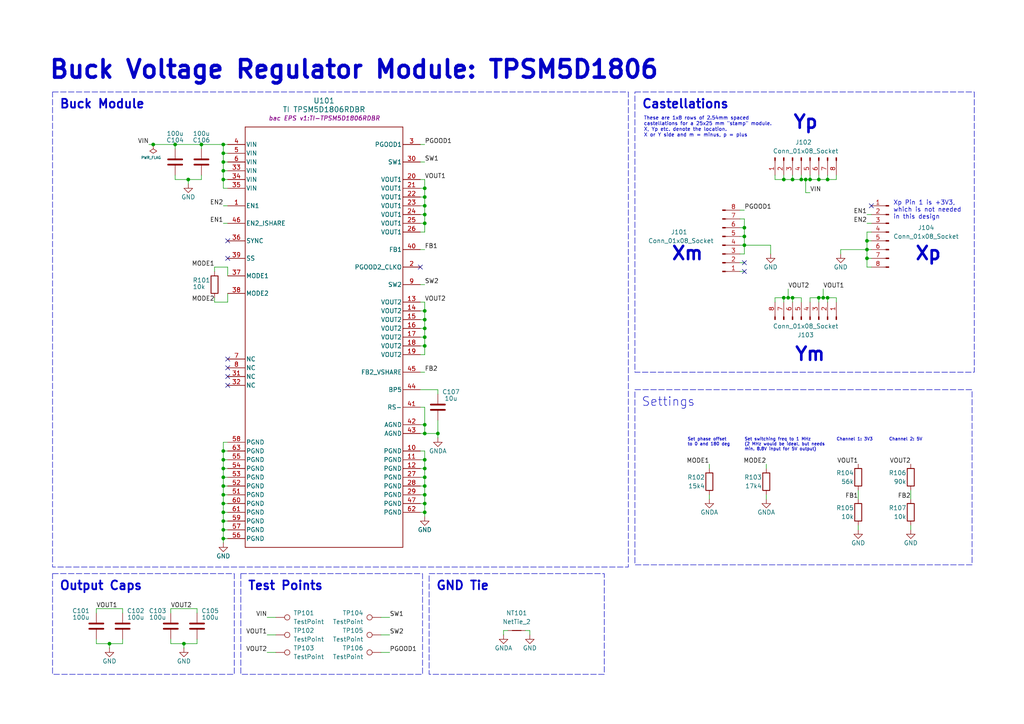
<source format=kicad_sch>
(kicad_sch (version 20231120) (generator "eeschema") (generator_version "8.0")
  (paper "A4")
  (title_block (title "bac EPS TPSM5D1806 Buck Module v1") (date "2025-01-15") (rev "1") (company "Build a CubeSat") (comment 1 "Manuel Imboden") (comment 2 "CC BY-SA 4.0") (comment 3 "https://buildacubesat.space"))
  (lib_symbols
    (symbol "Connector:Conn_01x08_Pin" (pin_names (offset 1.016) hide)
      (property "Reference" "J" (at 0 10.16 0))
      (property "Value" "Conn_01x08_Pin" (at 0 -12.7 0))
      (symbol "Conn_01x08_Pin_1_1"
        (polyline (pts (xy 1.27 -10.16) (xy 0.8636 -10.16)) (stroke (width 0.1524)))
        (polyline (pts (xy 1.27 -7.62) (xy 0.8636 -7.62)) (stroke (width 0.1524)))
        (polyline (pts (xy 1.27 -5.08) (xy 0.8636 -5.08)) (stroke (width 0.1524)))
        (polyline (pts (xy 1.27 -2.54) (xy 0.8636 -2.54)) (stroke (width 0.1524)))
        (polyline (pts (xy 1.27 0) (xy 0.8636 0)) (stroke (width 0.1524)))
        (polyline (pts (xy 1.27 2.54) (xy 0.8636 2.54)) (stroke (width 0.1524)))
        (polyline (pts (xy 1.27 5.08) (xy 0.8636 5.08)) (stroke (width 0.1524)))
        (polyline (pts (xy 1.27 7.62) (xy 0.8636 7.62)) (stroke (width 0.1524)))
        (rectangle (start 0.8636 -10.033) (end 0 -10.287) (stroke (width 0.1524)) (fill (type outline)))
        (rectangle (start 0.8636 -7.493) (end 0 -7.747) (stroke (width 0.1524)) (fill (type outline)))
        (rectangle (start 0.8636 -4.953) (end 0 -5.207) (stroke (width 0.1524)) (fill (type outline)))
        (rectangle (start 0.8636 -2.413) (end 0 -2.667) (stroke (width 0.1524)) (fill (type outline)))
        (rectangle (start 0.8636 0.127) (end 0 -0.127) (stroke (width 0.1524)) (fill (type outline)))
        (rectangle (start 0.8636 2.667) (end 0 2.413) (stroke (width 0.1524)) (fill (type outline)))
        (rectangle (start 0.8636 5.207) (end 0 4.953) (stroke (width 0.1524)) (fill (type outline)))
        (rectangle (start 0.8636 7.747) (end 0 7.493) (stroke (width 0.1524)) (fill (type outline)))
        (pin passive line (at 5.08 7.62 180) (length 3.81) (name "Pin_1") (number "1"))
        (pin passive line (at 5.08 5.08 180) (length 3.81) (name "Pin_2") (number "2"))
        (pin passive line (at 5.08 2.54 180) (length 3.81) (name "Pin_3") (number "3"))
        (pin passive line (at 5.08 0 180) (length 3.81) (name "Pin_4") (number "4"))
        (pin passive line (at 5.08 -2.54 180) (length 3.81) (name "Pin_5") (number "5"))
        (pin passive line (at 5.08 -5.08 180) (length 3.81) (name "Pin_6") (number "6"))
        (pin passive line (at 5.08 -7.62 180) (length 3.81) (name "Pin_7") (number "7"))
        (pin passive line (at 5.08 -10.16 180) (length 3.81) (name "Pin_8") (number "8"))
      )
    )
    (symbol "Connector:TestPoint" (pin_numbers hide) (pin_names (offset 0.762) hide)
      (property "Reference" "TP" (at 0 6.858 0))
      (property "Value" "TestPoint" (at 0 5.08 0))
      (symbol "TestPoint_0_1"
        (circle (center 0 3.302) (radius 0.762))
      )
      (symbol "TestPoint_1_1"
        (pin passive line (at 0 0 90) (length 2.54) (name "1") (number "1"))
      )
    )
    (symbol "Device:C" (pin_numbers hide) (pin_names (offset 0.254))
      (property "Reference" "C" (at 0.635 2.54 0))
      (property "Value" "C" (at 0.635 -2.54 0))
      (symbol "C_0_1"
        (polyline (pts (xy -2.032 -0.762) (xy 2.032 -0.762)) (stroke (width 0.508)))
        (polyline (pts (xy -2.032 0.762) (xy 2.032 0.762)) (stroke (width 0.508)))
      )
      (symbol "C_1_1"
        (pin passive line (at 0 3.81 270) (length 2.794) (name "~") (number "1"))
        (pin passive line (at 0 -3.81 90) (length 2.794) (name "~") (number "2"))
      )
    )
    (symbol "Device:NetTie_2" (pin_numbers hide) (pin_names (offset 0) hide) (in_bom no)
      (property "Reference" "NT" (at 0 1.27 0))
      (property "Value" "NetTie_2" (at 0 -1.27 0))
      (symbol "NetTie_2_0_1"
        (polyline (pts (xy -1.27 0) (xy 1.27 0)) (stroke (width 0.254)))
      )
      (symbol "NetTie_2_1_1"
        (pin passive line (at -2.54 0 0) (length 2.54) (name "1") (number "1"))
        (pin passive line (at 2.54 0 180) (length 2.54) (name "2") (number "2"))
      )
    )
    (symbol "Device:R" (pin_numbers hide) (pin_names (offset 0))
      (property "Reference" "R" (at 2.032 0 90))
      (property "Value" "R" (at 0 0 90))
      (symbol "R_0_1"
        (rectangle (start -1.016 -2.54) (end 1.016 2.54) (stroke (width 0.254)))
      )
      (symbol "R_1_1"
        (pin passive line (at 0 3.81 270) (length 1.27) (name "~") (number "1"))
        (pin passive line (at 0 -3.81 90) (length 1.27) (name "~") (number "2"))
      )
    )
    (symbol "bac EPS v1:TI TPSM5D1806RDBR" (pin_names (offset 0.254))
      (property "Reference" "U" (at 0 70.866 0))
      (property "Value" "TI TPSM5D1806RDBR" (at -0.254 67.818 0))
      (property "Footprint" "bac EPS v1:TI-TPSM5D1806RDBR" (at -0.254 -62.484 0))
      (symbol "TI TPSM5D1806RDBR_0_1"
        (polyline (pts (xy -22.86 -57.15) (xy 22.86 -57.15)) (stroke (width 0.2032)))
        (polyline (pts (xy -22.86 64.77) (xy -22.86 -57.15)) (stroke (width 0.2032)))
        (polyline (pts (xy 22.86 -57.15) (xy 22.86 64.77)) (stroke (width 0.2032)))
        (polyline (pts (xy 22.86 64.77) (xy -22.86 64.77)) (stroke (width 0.2032)))
        (pin input line (at -27.94 41.91 0) (length 5.08) (name "EN1") (number "1"))
        (pin power_in line (at 27.94 -29.21 180) (length 5.08) (name "PGND") (number "10"))
        (pin power_in line (at 27.94 -31.75 180) (length 5.08) (name "PGND") (number "11"))
        (pin power_in line (at 27.94 -34.29 180) (length 5.08) (name "PGND") (number "12"))
        (pin power_in line (at 27.94 13.97 180) (length 5.08) (name "VOUT2") (number "13"))
        (pin power_in line (at 27.94 11.43 180) (length 5.08) (name "VOUT2") (number "14"))
        (pin power_in line (at 27.94 8.89 180) (length 5.08) (name "VOUT2") (number "15"))
        (pin power_in line (at 27.94 6.35 180) (length 5.08) (name "VOUT2") (number "16"))
        (pin power_in line (at 27.94 3.81 180) (length 5.08) (name "VOUT2") (number "17"))
        (pin power_in line (at 27.94 1.27 180) (length 5.08) (name "VOUT2") (number "18"))
        (pin power_in line (at 27.94 -1.27 180) (length 5.08) (name "VOUT2") (number "19"))
        (pin open_collector line (at 27.94 24.13 180) (length 5.08) (name "PGOOD2_CLKO") (number "2"))
        (pin power_in line (at 27.94 49.53 180) (length 5.08) (name "VOUT1") (number "20"))
        (pin power_in line (at 27.94 46.99 180) (length 5.08) (name "VOUT1") (number "21"))
        (pin power_in line (at 27.94 44.45 180) (length 5.08) (name "VOUT1") (number "22"))
        (pin power_in line (at 27.94 41.91 180) (length 5.08) (name "VOUT1") (number "23"))
        (pin power_in line (at 27.94 39.37 180) (length 5.08) (name "VOUT1") (number "24"))
        (pin power_in line (at 27.94 36.83 180) (length 5.08) (name "VOUT1") (number "25"))
        (pin power_in line (at 27.94 34.29 180) (length 5.08) (name "VOUT1") (number "26"))
        (pin power_in line (at 27.94 -36.83 180) (length 5.08) (name "PGND") (number "27"))
        (pin power_in line (at 27.94 -39.37 180) (length 5.08) (name "PGND") (number "28"))
        (pin power_in line (at 27.94 -41.91 180) (length 5.08) (name "PGND") (number "29"))
        (pin open_collector line (at 27.94 59.69 180) (length 5.08) (name "PGOOD1") (number "3"))
        (pin unspecified line (at 27.94 54.61 180) (length 5.08) (name "SW1") (number "30"))
        (pin unspecified line (at -27.94 -7.62 0) (length 5.08) (name "NC") (number "31"))
        (pin unspecified line (at -27.94 -10.16 0) (length 5.08) (name "NC") (number "32"))
        (pin power_in line (at -27.94 52.07 0) (length 5.08) (name "VIN") (number "33"))
        (pin power_in line (at -27.94 49.53 0) (length 5.08) (name "VIN") (number "34"))
        (pin power_in line (at -27.94 46.99 0) (length 5.08) (name "VIN") (number "35"))
        (pin input line (at -27.94 31.75 0) (length 5.08) (name "SYNC") (number "36"))
        (pin unspecified line (at -27.94 21.59 0) (length 5.08) (name "MODE1") (number "37"))
        (pin unspecified line (at -27.94 16.51 0) (length 5.08) (name "MODE2") (number "38"))
        (pin unspecified line (at -27.94 26.67 0) (length 5.08) (name "SS") (number "39"))
        (pin power_in line (at -27.94 59.69 0) (length 5.08) (name "VIN") (number "4"))
        (pin unspecified line (at 27.94 29.21 180) (length 5.08) (name "FB1") (number "40"))
        (pin unspecified line (at 27.94 -16.51 180) (length 5.08) (name "RS-") (number "41"))
        (pin power_in line (at 27.94 -21.59 180) (length 5.08) (name "AGND") (number "42"))
        (pin power_in line (at 27.94 -24.13 180) (length 5.08) (name "AGND") (number "43"))
        (pin power_in line (at 27.94 -11.43 180) (length 5.08) (name "BP5") (number "44"))
        (pin unspecified line (at 27.94 -6.35 180) (length 5.08) (name "FB2_VSHARE") (number "45"))
        (pin bidirectional line (at -27.94 36.83 0) (length 5.08) (name "EN2_ISHARE") (number "46"))
        (pin power_in line (at 27.94 -44.45 180) (length 5.08) (name "PGND") (number "47"))
        (pin power_in line (at -27.94 57.15 0) (length 5.08) (name "VIN") (number "5"))
        (pin power_in line (at -27.94 -41.91 0) (length 5.08) (name "PGND") (number "51"))
        (pin power_in line (at -27.94 -39.37 0) (length 5.08) (name "PGND") (number "52"))
        (pin power_in line (at -27.94 -36.83 0) (length 5.08) (name "PGND") (number "53"))
        (pin power_in line (at -27.94 -34.29 0) (length 5.08) (name "PGND") (number "54"))
        (pin power_in line (at -27.94 -31.75 0) (length 5.08) (name "PGND") (number "55"))
        (pin power_in line (at -27.94 -54.61 0) (length 5.08) (name "PGND") (number "56"))
        (pin power_in line (at -27.94 -52.07 0) (length 5.08) (name "PGND") (number "57"))
        (pin power_in line (at -27.94 -26.67 0) (length 5.08) (name "PGND") (number "58"))
        (pin power_in line (at -27.94 -49.53 0) (length 5.08) (name "PGND") (number "59"))
        (pin power_in line (at -27.94 54.61 0) (length 5.08) (name "VIN") (number "6"))
        (pin power_in line (at -27.94 -44.45 0) (length 5.08) (name "PGND") (number "60"))
        (pin power_in line (at -27.94 -46.99 0) (length 5.08) (name "PGND") (number "61"))
        (pin power_in line (at 27.94 -46.99 180) (length 5.08) (name "PGND") (number "62"))
        (pin power_in line (at -27.94 -29.21 0) (length 5.08) (name "PGND") (number "63"))
        (pin unspecified line (at -27.94 -2.54 0) (length 5.08) (name "NC") (number "7"))
        (pin unspecified line (at -27.94 -5.08 0) (length 5.08) (name "NC") (number "8"))
        (pin unspecified line (at 27.94 19.05 180) (length 5.08) (name "SW2") (number "9"))
      )
    )
    (symbol "power:GND" (power) (pin_numbers hide) (pin_names (offset 0) hide)
      (property "Value" "GND" (at 0 -3.81 0))
      (symbol "GND_0_1"
        (polyline (pts (xy 0 0) (xy 0 -1.27) (xy 1.27 -1.27) (xy 0 -2.54) (xy -1.27 -1.27) (xy 0 -1.27)))
      )
      (symbol "GND_1_1"
        (pin power_in line (at 0 0 270) (length 0) (name "~") (number "1"))
      )
    )
    (symbol "power:GNDA" (power) (pin_numbers hide) (pin_names (offset 0) hide)
      (property "Value" "GNDA" (at 0 -3.81 0))
      (symbol "GNDA_0_1"
        (polyline (pts (xy 0 0) (xy 0 -1.27) (xy 1.27 -1.27) (xy 0 -2.54) (xy -1.27 -1.27) (xy 0 -1.27)))
      )
      (symbol "GNDA_1_1"
        (pin power_in line (at 0 0 270) (length 0) (name "~") (number "1"))
      )
    )
    (symbol "power:PWR_FLAG" (power) (pin_numbers hide) (pin_names (offset 0) hide)
      (property "Value" "PWR_FLAG" (at 0 3.81 0))
      (symbol "PWR_FLAG_0_0"
        (pin power_out line (at 0 0 90) (length 0) (name "~") (number "1"))
      )
      (symbol "PWR_FLAG_0_1"
        (polyline (pts (xy 0 0) (xy 0 1.27) (xy -1.016 1.905) (xy 0 2.54) (xy 1.016 1.905) (xy 0 1.27)))
      )
    )
  )
  (junction (at 215.9 66.04))
  (junction (at 123.19 59.69))
  (junction (at 64.77 46.99))
  (junction (at 229.87 86.36))
  (junction (at 54.61 52.07))
  (junction (at 64.77 153.67))
  (junction (at 123.19 57.15))
  (junction (at 215.9 68.58))
  (junction (at 123.19 90.17))
  (junction (at 64.77 146.05))
  (junction (at 123.19 146.05))
  (junction (at 123.19 62.23))
  (junction (at 123.19 135.89))
  (junction (at 64.77 140.97))
  (junction (at 64.77 138.43))
  (junction (at 64.77 143.51))
  (junction (at 240.03 52.07))
  (junction (at 228.6 86.36))
  (junction (at 123.19 148.59))
  (junction (at 215.9 71.12))
  (junction (at 233.68 52.07))
  (junction (at 64.77 41.91))
  (junction (at 229.87 52.07))
  (junction (at 123.19 92.71))
  (junction (at 127 125.73))
  (junction (at 123.19 143.51))
  (junction (at 251.46 72.39))
  (junction (at 123.19 100.33))
  (junction (at 64.77 44.45))
  (junction (at 237.49 52.07))
  (junction (at 123.19 64.77))
  (junction (at 64.77 133.35))
  (junction (at 123.19 133.35))
  (junction (at 237.49 86.36))
  (junction (at 50.8 41.91))
  (junction (at 64.77 148.59))
  (junction (at 251.46 69.85))
  (junction (at 227.33 52.07))
  (junction (at 64.77 135.89))
  (junction (at 53.34 186.69))
  (junction (at 64.77 49.53))
  (junction (at 123.19 123.19))
  (junction (at 238.76 86.36))
  (junction (at 123.19 54.61))
  (junction (at 64.77 156.21))
  (junction (at 123.19 140.97))
  (junction (at 64.77 151.13))
  (junction (at 251.46 74.93))
  (junction (at 232.41 52.07))
  (junction (at 123.19 138.43))
  (junction (at 240.03 86.36))
  (junction (at 123.19 95.25))
  (junction (at 123.19 97.79))
  (junction (at 31.75 186.69))
  (junction (at 64.77 130.81))
  (junction (at 123.19 125.73))
  (junction (at 234.95 52.07))
  (junction (at 64.77 52.07))
  (junction (at 44.45 41.91))
  (junction (at 227.33 86.36))
  (junction (at 58.42 41.91))
  (no_connect (at 252.73 59.69))
  (no_connect (at 66.04 104.14))
  (no_connect (at 66.04 109.22))
  (no_connect (at 66.04 111.76))
  (no_connect (at 121.92 77.47))
  (no_connect (at 215.9 78.74))
  (no_connect (at 66.04 69.85))
  (no_connect (at 66.04 74.93))
  (no_connect (at 215.9 76.2))
  (no_connect (at 66.04 106.68))
  (wire (pts (xy 113.03 179.07) (xy 110.49 179.07)))
  (wire (pts (xy 121.92 41.91) (xy 123.19 41.91)))
  (wire (pts (xy 240.03 86.36) (xy 240.03 87.63)))
  (wire (pts (xy 64.77 146.05) (xy 64.77 148.59)))
  (wire (pts (xy 215.9 66.04) (xy 215.9 68.58)))
  (wire (pts (xy 215.9 68.58) (xy 215.9 71.12)))
  (wire (pts (xy 121.92 87.63) (xy 123.19 87.63)))
  (wire (pts (xy 123.19 140.97) (xy 123.19 143.51)))
  (wire (pts (xy 123.19 146.05) (xy 123.19 148.59)))
  (wire (pts (xy 64.77 143.51) (xy 66.04 143.51)))
  (wire (pts (xy 229.87 52.07) (xy 232.41 52.07)))
  (wire (pts (xy 27.94 177.8) (xy 27.94 176.53)))
  (wire (pts (xy 64.77 130.81) (xy 66.04 130.81)))
  (wire (pts (xy 27.94 176.53) (xy 35.56 176.53)))
  (wire (pts (xy 64.77 128.27) (xy 66.04 128.27)))
  (wire (pts (xy 123.19 135.89) (xy 123.19 138.43)))
  (wire (pts (xy 152.4 182.88) (xy 153.67 182.88)))
  (wire (pts (xy 123.19 100.33) (xy 123.19 102.87)))
  (wire (pts (xy 238.76 86.36) (xy 240.03 86.36)))
  (wire (pts (xy 214.63 76.2) (xy 215.9 76.2)))
  (wire (pts (xy 123.19 143.51) (xy 121.92 143.51)))
  (wire (pts (xy 233.68 55.88) (xy 234.95 55.88)))
  (wire (pts (xy 123.19 138.43) (xy 121.92 138.43)))
  (wire (pts (xy 49.53 186.69) (xy 53.34 186.69)))
  (wire (pts (xy 64.77 44.45) (xy 66.04 44.45)))
  (wire (pts (xy 214.63 73.66) (xy 215.9 73.66)))
  (wire (pts (xy 234.95 86.36) (xy 234.95 87.63)))
  (wire (pts (xy 251.46 67.31) (xy 251.46 69.85)))
  (wire (pts (xy 123.19 123.19) (xy 121.92 123.19)))
  (wire (pts (xy 121.92 57.15) (xy 123.19 57.15)))
  (wire (pts (xy 64.77 151.13) (xy 64.77 153.67)))
  (wire (pts (xy 251.46 77.47) (xy 252.73 77.47)))
  (wire (pts (xy 123.19 95.25) (xy 121.92 95.25)))
  (wire (pts (xy 43.18 41.91) (xy 44.45 41.91)))
  (wire (pts (xy 64.77 49.53) (xy 66.04 49.53)))
  (wire (pts (xy 224.79 52.07) (xy 227.33 52.07)))
  (wire (pts (xy 64.77 153.67) (xy 64.77 156.21)))
  (wire (pts (xy 215.9 78.74) (xy 214.63 78.74)))
  (wire (pts (xy 123.19 102.87) (xy 121.92 102.87)))
  (wire (pts (xy 123.19 123.19) (xy 123.19 125.73)))
  (wire (pts (xy 58.42 41.91) (xy 64.77 41.91)))
  (wire (pts (xy 123.19 62.23) (xy 123.19 59.69)))
  (wire (pts (xy 121.92 67.31) (xy 123.19 67.31)))
  (wire (pts (xy 237.49 52.07) (xy 237.49 50.8)))
  (wire (pts (xy 66.04 85.09) (xy 66.04 87.63)))
  (wire (pts (xy 127 125.73) (xy 127 127)))
  (wire (pts (xy 234.95 52.07) (xy 237.49 52.07)))
  (wire (pts (xy 123.19 57.15) (xy 123.19 54.61)))
  (wire (pts (xy 121.92 52.07) (xy 123.19 52.07)))
  (wire (pts (xy 123.19 125.73) (xy 121.92 125.73)))
  (wire (pts (xy 53.34 186.69) (xy 53.34 187.96)))
  (wire (pts (xy 240.03 52.07) (xy 242.57 52.07)))
  (wire (pts (xy 121.92 62.23) (xy 123.19 62.23)))
  (wire (pts (xy 121.92 113.03) (xy 127 113.03)))
  (wire (pts (xy 64.77 153.67) (xy 66.04 153.67)))
  (wire (pts (xy 121.92 82.55) (xy 123.19 82.55)))
  (wire (pts (xy 233.68 52.07) (xy 233.68 55.88)))
  (wire (pts (xy 215.9 71.12) (xy 223.52 71.12)))
  (wire (pts (xy 27.94 186.69) (xy 31.75 186.69)))
  (wire (pts (xy 123.19 90.17) (xy 121.92 90.17)))
  (wire (pts (xy 227.33 52.07) (xy 229.87 52.07)))
  (wire (pts (xy 62.23 87.63) (xy 62.23 86.36)))
  (wire (pts (xy 58.42 52.07) (xy 58.42 50.8)))
  (wire (pts (xy 64.77 59.69) (xy 66.04 59.69)))
  (wire (pts (xy 229.87 86.36) (xy 229.87 87.63)))
  (wire (pts (xy 123.19 100.33) (xy 121.92 100.33)))
  (wire (pts (xy 243.84 72.39) (xy 243.84 73.66)))
  (wire (pts (xy 123.19 125.73) (xy 127 125.73)))
  (wire (pts (xy 123.19 148.59) (xy 121.92 148.59)))
  (wire (pts (xy 49.53 186.69) (xy 49.53 185.42)))
  (wire (pts (xy 35.56 186.69) (xy 35.56 185.42)))
  (wire (pts (xy 240.03 86.36) (xy 242.57 86.36)))
  (wire (pts (xy 234.95 50.8) (xy 234.95 52.07)))
  (wire (pts (xy 44.45 41.91) (xy 50.8 41.91)))
  (wire (pts (xy 58.42 41.91) (xy 58.42 43.18)))
  (wire (pts (xy 215.9 60.96) (xy 214.63 60.96)))
  (wire (pts (xy 64.77 133.35) (xy 66.04 133.35)))
  (wire (pts (xy 64.77 130.81) (xy 64.77 133.35)))
  (wire (pts (xy 50.8 41.91) (xy 58.42 41.91)))
  (wire (pts (xy 232.41 52.07) (xy 233.68 52.07)))
  (wire (pts (xy 121.92 59.69) (xy 123.19 59.69)))
  (wire (pts (xy 77.47 189.23) (xy 80.01 189.23)))
  (wire (pts (xy 64.77 140.97) (xy 64.77 143.51)))
  (wire (pts (xy 123.19 148.59) (xy 123.19 149.86)))
  (wire (pts (xy 113.03 189.23) (xy 110.49 189.23)))
  (wire (pts (xy 123.19 92.71) (xy 123.19 95.25)))
  (wire (pts (xy 123.19 130.81) (xy 123.19 133.35)))
  (wire (pts (xy 121.92 118.11) (xy 123.19 118.11)))
  (wire (pts (xy 66.04 80.01) (xy 66.04 77.47)))
  (wire (pts (xy 121.92 107.95) (xy 123.19 107.95)))
  (wire (pts (xy 229.87 86.36) (xy 232.41 86.36)))
  (wire (pts (xy 64.77 156.21) (xy 64.77 157.48)))
  (wire (pts (xy 228.6 83.82) (xy 228.6 86.36)))
  (wire (pts (xy 214.63 68.58) (xy 215.9 68.58)))
  (wire (pts (xy 214.63 63.5) (xy 215.9 63.5)))
  (wire (pts (xy 123.19 146.05) (xy 121.92 146.05)))
  (wire (pts (xy 64.77 151.13) (xy 66.04 151.13)))
  (wire (pts (xy 64.77 49.53) (xy 64.77 52.07)))
  (wire (pts (xy 31.75 186.69) (xy 31.75 187.96)))
  (wire (pts (xy 50.8 41.91) (xy 50.8 43.18)))
  (wire (pts (xy 123.19 133.35) (xy 121.92 133.35)))
  (wire (pts (xy 54.61 52.07) (xy 58.42 52.07)))
  (wire (pts (xy 64.77 140.97) (xy 66.04 140.97)))
  (wire (pts (xy 264.16 142.24) (xy 264.16 144.78)))
  (wire (pts (xy 54.61 52.07) (xy 50.8 52.07)))
  (wire (pts (xy 64.77 64.77) (xy 66.04 64.77)))
  (wire (pts (xy 222.25 143.51) (xy 222.25 144.78)))
  (wire (pts (xy 215.9 71.12) (xy 215.9 73.66)))
  (wire (pts (xy 228.6 86.36) (xy 229.87 86.36)))
  (wire (pts (xy 252.73 72.39) (xy 251.46 72.39)))
  (wire (pts (xy 238.76 83.82) (xy 238.76 86.36)))
  (wire (pts (xy 123.19 140.97) (xy 121.92 140.97)))
  (wire (pts (xy 223.52 71.12) (xy 223.52 73.66)))
  (wire (pts (xy 123.19 118.11) (xy 123.19 123.19)))
  (wire (pts (xy 224.79 86.36) (xy 227.33 86.36)))
  (wire (pts (xy 50.8 52.07) (xy 50.8 50.8)))
  (wire (pts (xy 57.15 176.53) (xy 57.15 177.8)))
  (wire (pts (xy 123.19 130.81) (xy 121.92 130.81)))
  (wire (pts (xy 123.19 97.79) (xy 123.19 100.33)))
  (wire (pts (xy 121.92 64.77) (xy 123.19 64.77)))
  (wire (pts (xy 64.77 46.99) (xy 66.04 46.99)))
  (wire (pts (xy 123.19 143.51) (xy 123.19 146.05)))
  (wire (pts (xy 64.77 128.27) (xy 64.77 130.81)))
  (wire (pts (xy 35.56 176.53) (xy 35.56 177.8)))
  (wire (pts (xy 64.77 46.99) (xy 64.77 49.53)))
  (wire (pts (xy 53.34 186.69) (xy 57.15 186.69)))
  (wire (pts (xy 49.53 177.8) (xy 49.53 176.53)))
  (wire (pts (xy 229.87 50.8) (xy 229.87 52.07)))
  (wire (pts (xy 123.19 92.71) (xy 121.92 92.71)))
  (wire (pts (xy 214.63 66.04) (xy 215.9 66.04)))
  (wire (pts (xy 227.33 86.36) (xy 228.6 86.36)))
  (wire (pts (xy 64.77 41.91) (xy 64.77 44.45)))
  (wire (pts (xy 264.16 152.4) (xy 264.16 153.67)))
  (wire (pts (xy 64.77 135.89) (xy 66.04 135.89)))
  (wire (pts (xy 252.73 64.77) (xy 251.46 64.77)))
  (wire (pts (xy 57.15 186.69) (xy 57.15 185.42)))
  (wire (pts (xy 64.77 138.43) (xy 64.77 140.97)))
  (wire (pts (xy 214.63 71.12) (xy 215.9 71.12)))
  (wire (pts (xy 27.94 186.69) (xy 27.94 185.42)))
  (wire (pts (xy 123.19 59.69) (xy 123.19 57.15)))
  (wire (pts (xy 251.46 72.39) (xy 243.84 72.39)))
  (wire (pts (xy 49.53 176.53) (xy 57.15 176.53)))
  (wire (pts (xy 64.77 41.91) (xy 66.04 41.91)))
  (wire (pts (xy 224.79 87.63) (xy 224.79 86.36)))
  (wire (pts (xy 123.19 64.77) (xy 123.19 62.23)))
  (wire (pts (xy 227.33 52.07) (xy 227.33 50.8)))
  (wire (pts (xy 77.47 179.07) (xy 80.01 179.07)))
  (wire (pts (xy 64.77 54.61) (xy 66.04 54.61)))
  (wire (pts (xy 64.77 146.05) (xy 66.04 146.05)))
  (wire (pts (xy 237.49 86.36) (xy 237.49 87.63)))
  (wire (pts (xy 64.77 138.43) (xy 66.04 138.43)))
  (wire (pts (xy 248.92 152.4) (xy 248.92 153.67)))
  (wire (pts (xy 123.19 138.43) (xy 123.19 140.97)))
  (wire (pts (xy 251.46 69.85) (xy 251.46 72.39)))
  (wire (pts (xy 64.77 135.89) (xy 64.77 138.43)))
  (wire (pts (xy 146.05 182.88) (xy 147.32 182.88)))
  (wire (pts (xy 121.92 54.61) (xy 123.19 54.61)))
  (wire (pts (xy 31.75 186.69) (xy 35.56 186.69)))
  (wire (pts (xy 121.92 72.39) (xy 123.19 72.39)))
  (wire (pts (xy 242.57 86.36) (xy 242.57 87.63)))
  (wire (pts (xy 252.73 67.31) (xy 251.46 67.31)))
  (wire (pts (xy 123.19 135.89) (xy 121.92 135.89)))
  (wire (pts (xy 153.67 182.88) (xy 153.67 184.15)))
  (wire (pts (xy 222.25 134.62) (xy 222.25 135.89)))
  (wire (pts (xy 248.92 142.24) (xy 248.92 144.78)))
  (wire (pts (xy 237.49 86.36) (xy 238.76 86.36)))
  (wire (pts (xy 205.74 134.62) (xy 205.74 135.89)))
  (wire (pts (xy 232.41 86.36) (xy 232.41 87.63)))
  (wire (pts (xy 127 121.92) (xy 127 125.73)))
  (wire (pts (xy 64.77 148.59) (xy 66.04 148.59)))
  (wire (pts (xy 123.19 95.25) (xy 123.19 97.79)))
  (wire (pts (xy 123.19 90.17) (xy 123.19 92.71)))
  (wire (pts (xy 66.04 87.63) (xy 62.23 87.63)))
  (wire (pts (xy 64.77 52.07) (xy 66.04 52.07)))
  (wire (pts (xy 123.19 54.61) (xy 123.19 52.07)))
  (wire (pts (xy 242.57 50.8) (xy 242.57 52.07)))
  (wire (pts (xy 64.77 44.45) (xy 64.77 46.99)))
  (wire (pts (xy 232.41 52.07) (xy 232.41 50.8)))
  (wire (pts (xy 121.92 46.99) (xy 123.19 46.99)))
  (wire (pts (xy 123.19 97.79) (xy 121.92 97.79)))
  (wire (pts (xy 64.77 148.59) (xy 64.77 151.13)))
  (wire (pts (xy 66.04 77.47) (xy 62.23 77.47)))
  (wire (pts (xy 77.47 184.15) (xy 80.01 184.15)))
  (wire (pts (xy 123.19 87.63) (xy 123.19 90.17)))
  (wire (pts (xy 113.03 184.15) (xy 110.49 184.15)))
  (wire (pts (xy 251.46 74.93) (xy 251.46 77.47)))
  (wire (pts (xy 234.95 86.36) (xy 237.49 86.36)))
  (wire (pts (xy 237.49 52.07) (xy 240.03 52.07)))
  (wire (pts (xy 123.19 67.31) (xy 123.19 64.77)))
  (wire (pts (xy 146.05 184.15) (xy 146.05 182.88)))
  (wire (pts (xy 64.77 143.51) (xy 64.77 146.05)))
  (wire (pts (xy 62.23 77.47) (xy 62.23 78.74)))
  (wire (pts (xy 123.19 133.35) (xy 123.19 135.89)))
  (wire (pts (xy 64.77 133.35) (xy 64.77 135.89)))
  (wire (pts (xy 251.46 72.39) (xy 251.46 74.93)))
  (wire (pts (xy 127 113.03) (xy 127 114.3)))
  (wire (pts (xy 240.03 50.8) (xy 240.03 52.07)))
  (wire (pts (xy 205.74 143.51) (xy 205.74 144.78)))
  (wire (pts (xy 227.33 86.36) (xy 227.33 87.63)))
  (wire (pts (xy 64.77 52.07) (xy 64.77 54.61)))
  (wire (pts (xy 252.73 62.23) (xy 251.46 62.23)))
  (wire (pts (xy 54.61 53.34) (xy 54.61 52.07)))
  (wire (pts (xy 252.73 69.85) (xy 251.46 69.85)))
  (wire (pts (xy 252.73 74.93) (xy 251.46 74.93)))
  (wire (pts (xy 64.77 156.21) (xy 66.04 156.21)))
  (wire (pts (xy 233.68 52.07) (xy 234.95 52.07)))
  (wire (pts (xy 215.9 63.5) (xy 215.9 66.04)))
  (wire (pts (xy 224.79 52.07) (xy 224.79 50.8)))
  (text_box "Output Caps" (at 15.24 166.37 0) (size 52.705 29.21) (stroke (width 0) (type dash)) (effects (font (size 2.54 2.54) (thickness 0.508) (bold yes)) (justify left top)))
  (text_box "Test Points" (at 69.85 166.37 0) (size 52.705 29.21) (stroke (width 0) (type dash)) (effects (font (size 2.54 2.54) (thickness 0.508) (bold yes)) (justify left top)))
  (text_box "Buck Module" (at 15.24 26.67 0) (size 167.005 137.795) (stroke (width 0) (type dash)) (effects (font (size 2.54 2.54) (thickness 0.508) (bold yes)) (justify left top)))
  (text_box "Settings" (at 184.15 113.03 0) (size 97.79 50.8) (stroke (width 0) (type dash)) (effects (font (size 2.54 2.54)) (justify left top)))
  (text_box "GND Tie" (at 124.46 166.37 0) (size 50.8 29.21) (stroke (width 0) (type dash)) (effects (font (size 2.54 2.54) (thickness 0.508) (bold yes)) (justify left top)))
  (text_box "Castellations" (at 184.15 26.67 0) (size 98.425 81.28) (stroke (width 0) (type dash)) (effects (font (size 2.54 2.54) (thickness 0.508) (bold yes)) (justify left top)))
  (text "These are 1x8 rows of 2.54mm spaced\ncastellations for a 25x25 mm \"stamp\" module.\nX, Yp etc. denote the location.\nX or Y side and m = minus, p = plus" (at 186.69 36.83 0) (effects (font (size 1.016 1.016)) (justify left)))
  (text "Channel 1: 3V3" (at 242.57 127 0) (effects (font (size 0.889 0.889)) (justify left top)))
  (text "Yp" (at 233.68 35.56 0) (effects (font (size 3.81 3.81) (thickness 0.762) (bold yes))))
  (text "Xp" (at 269.24 73.66 0) (effects (font (size 3.81 3.81) (thickness 0.762) (bold yes))))
  (text "Set phase offset\nto 0 and 180 deg" (at 199.39 127 0) (effects (font (size 0.889 0.889)) (justify left top)))
  (text "Channel 2: 5V" (at 257.81 127 0) (effects (font (size 0.889 0.889)) (justify left top)))
  (text "Xp Pin 1 is +3V3,\nwhich is not needed\nin this design" (at 259.08 60.96 0) (effects (font (size 1.27 1.27)) (justify left)))
  (text "Ym" (at 234.95 102.87 0) (effects (font (size 3.81 3.81) (thickness 0.762) (bold yes))))
  (text "Set switching freq to 1 MHz\n(2 MHz would be ideal, but needs\nmin. 8.8V input for 5V output)" (at 215.9 127 0) (effects (font (size 0.889 0.889)) (justify left top)))
  (text "Buck Voltage Regulator Module: TPSM5D1806" (at 13.97 20.32 0) (effects (font (size 5.08 5.08) (thickness 1.016) (bold yes)) (justify left)))
  (text "Xm" (at 199.39 73.66 0) (effects (font (size 3.81 3.81) (thickness 0.762) (bold yes))))
  (label "VOUT1" (at 27.94 176.53 0))
  (label "SW1" (at 113.03 179.07 0))
  (label "VIN" (at 234.95 55.88 0))
  (label "VOUT2" (at 77.47 189.23 180))
  (label "FB1" (at 248.92 144.78 180))
  (label "FB2" (at 264.16 144.78 180))
  (label "PGOOD1" (at 123.19 41.91 0))
  (label "VOUT2" (at 49.53 176.53 0))
  (label "SW2" (at 113.03 184.15 0))
  (label "SW2" (at 123.19 82.55 0))
  (label "FB1" (at 123.19 72.39 0))
  (label "MODE2" (at 62.23 87.63 180))
  (label "VOUT2" (at 228.6 83.82 0))
  (label "VOUT1" (at 248.92 134.62 180))
  (label "MODE2" (at 222.25 134.62 180))
  (label "VOUT1" (at 123.19 52.07 0))
  (label "VOUT2" (at 264.16 134.62 180))
  (label "MODE1" (at 205.74 134.62 180))
  (label "VOUT1" (at 238.76 83.82 0))
  (label "VOUT2" (at 123.19 87.63 0))
  (label "EN1" (at 251.46 62.23 180))
  (label "EN2" (at 64.77 59.69 180))
  (label "PGOOD1" (at 215.9 60.96 0))
  (label "EN2" (at 251.46 64.77 180))
  (label "SW1" (at 123.19 46.99 0))
  (label "FB2" (at 123.19 107.95 0))
  (label "EN1" (at 64.77 64.77 180))
  (label "VIN" (at 43.18 41.91 180))
  (label "PGOOD1" (at 113.03 189.23 0))
  (label "VIN" (at 77.47 179.07 180))
  (label "VOUT1" (at 77.47 184.15 180))
  (label "MODE1" (at 62.23 77.47 180))
  (symbol (lib_id "Device:R") (at 248.92 148.59 0) (unit 1)
    (property "Reference" "R105" (at 247.65 147.32 0) (effects (justify right)))
    (property "Value" "10k" (at 247.65 149.86 0) (effects (justify right)))
    (property "Footprint" "Resistor_SMD:R_0603_1608Metric" (effects (hide yes)))
    (property "Description" "Resistor" (effects (hide yes)))
  )
  (symbol (lib_id "power:GND") (at 123.19 149.86 0) (mirror y) (unit 1) (in_bom no) (on_board no)
    (property "Reference" "#PWR0104" (effects (hide yes)))
    (property "Value" "GND" (at 123.19 153.67 0))
    (property "Description" "Power symbol creates a global label with name \"GND\" , ground" (effects (hide yes)))
  )
  (symbol (lib_id "power:GND") (at 223.52 73.66 0) (unit 1) (in_bom no) (on_board no)
    (property "Reference" "#PWR0110" (effects (hide yes)))
    (property "Value" "GND" (at 223.52 77.47 0))
    (property "Description" "Power symbol creates a global label with name \"GND\" , ground" (effects (hide yes)))
  )
  (symbol (lib_id "bac EPS v1:TI TPSM5D1806RDBR") (at 93.98 101.6 0) (unit 1)
    (property "Reference" "U101" (at 93.98 29.21 0) (effects (font (size 1.524 1.524))))
    (property "Value" "TI TPSM5D1806RDBR" (at 93.98 31.75 0) (effects (font (size 1.524 1.524))))
    (property "Footprint" "bac EPS v1:TI-TPSM5D1806RDBR" (at 93.98 34.29 0) (effects (font (italic yes))))
    (property "Datasheet" "https://www.ti.com/lit/ds/symlink/tpsm5d1806.pdf" (effects (hide yes)))
  )
  (symbol (lib_id "power:PWR_FLAG") (at 44.45 41.91 180) (unit 1)
    (property "Reference" "#FLG0101" (effects (hide yes)))
    (property "Value" "PWR_FLAG" (at 43.815 45.72 0) (effects (font (size 0.762 0.762))))
    (property "Description" "Special symbol for telling ERC where power comes from" (effects (hide yes)))
  )
  (symbol (lib_id "Connector:TestPoint") (at 80.01 179.07 270) (unit 1)
    (property "Reference" "TP101" (at 85.09 177.7999 90) (effects (justify left)))
    (property "Value" "TestPoint" (at 85.09 180.3399 90) (effects (justify left)))
    (property "Footprint" "TestPoint:TestPoint_Pad_D1.0mm" (effects (hide yes)))
    (property "Description" "test point" (effects (hide yes)))
  )
  (symbol (lib_id "Device:R") (at 264.16 138.43 0) (mirror x) (unit 1)
    (property "Reference" "R106" (at 262.89 137.16 0) (effects (justify right)))
    (property "Value" "90k" (at 262.89 139.7 0) (effects (justify right)))
    (property "Footprint" "Resistor_SMD:R_0603_1608Metric" (effects (hide yes)))
    (property "Description" "Resistor" (effects (hide yes)))
  )
  (symbol (lib_id "Device:R") (at 62.23 82.55 0) (unit 1)
    (property "Reference" "R101" (at 55.88 81.28 0) (effects (justify left)))
    (property "Value" "10k" (at 55.88 83.185 0) (effects (justify left)))
    (property "Footprint" "Resistor_SMD:R_0603_1608Metric" (effects (hide yes)))
    (property "Description" "Resistor" (effects (hide yes)))
  )
  (symbol (lib_id "power:GND") (at 54.61 53.34 0) (unit 1) (in_bom no) (on_board no)
    (property "Reference" "#PWR0103" (effects (hide yes)))
    (property "Value" "GND" (at 54.61 57.15 0))
    (property "Description" "Power symbol creates a global label with name \"GND\" , ground" (effects (hide yes)))
  )
  (symbol (lib_id "Connector:TestPoint") (at 110.49 189.23 90) (mirror x) (unit 1)
    (property "Reference" "TP106" (at 105.41 187.9599 90) (effects (justify left)))
    (property "Value" "TestPoint" (at 105.41 190.4999 90) (effects (justify left)))
    (property "Footprint" "TestPoint:TestPoint_Pad_D1.0mm" (effects (hide yes)))
    (property "Description" "test point" (effects (hide yes)))
  )
  (symbol (lib_id "Device:R") (at 248.92 138.43 0) (mirror x) (unit 1)
    (property "Reference" "R104" (at 247.65 137.16 0) (effects (justify right)))
    (property "Value" "56k" (at 247.65 139.7 0) (effects (justify right)))
    (property "Footprint" "Resistor_SMD:R_0603_1608Metric" (effects (hide yes)))
    (property "Description" "Resistor" (effects (hide yes)))
  )
  (symbol (lib_id "Connector:Conn_01x08_Pin") (at 234.95 92.71 270) (mirror x) (unit 1)
    (property "Reference" "J103" (at 233.68 97.155 90))
    (property "Value" "Conn_01x08_Socket" (at 233.68 94.615 90))
    (property "Footprint" "bac EPS v1:bac-eps-v1-module-8P-pad-row" (effects (hide yes)))
    (property "Description" "Generic connector, single row, 01x08, script generated" (effects (hide yes)))
  )
  (symbol (lib_id "Device:C") (at 57.15 181.61 0) (mirror y) (unit 1)
    (property "Reference" "C105" (at 60.96 177.165 0))
    (property "Value" "100u" (at 60.96 179.07 0))
    (property "Footprint" "Capacitor_SMD:C_1206_3216Metric" (effects (hide yes)))
    (property "Datasheet" "https://product.tdk.com/system/files/dam/doc/product/capacitor/ceramic/mlcc/catalog/mlcc_automotive_general_en.pdf" (effects (hide yes)))
    (property "Description" "Ceramic Capacitor: TDK CGA4J1X7S1E106K125AC" (effects (hide yes)))
    (property "Package" "0805" (effects (hide yes)))
    (property "Series" "CGA" (effects (hide yes)))
    (property "Temperature Coefficient" "X7R" (effects (hide yes)))
    (property "Tolerance" "10%" (effects (hide yes)))
    (property "Voltage Rating" "25 V" (effects (hide yes)))
    (property "TA Rating" "-55/+125" (effects (hide yes)))
  )
  (symbol (lib_id "Connector:TestPoint") (at 110.49 179.07 90) (mirror x) (unit 1)
    (property "Reference" "TP104" (at 105.41 177.7999 90) (effects (justify left)))
    (property "Value" "TestPoint" (at 105.41 180.3399 90) (effects (justify left)))
    (property "Footprint" "TestPoint:TestPoint_Pad_D1.0mm" (effects (hide yes)))
    (property "Description" "test point" (effects (hide yes)))
  )
  (symbol (lib_id "Device:C") (at 127 118.11 0) (mirror y) (unit 1)
    (property "Reference" "C107" (at 130.81 113.665 0))
    (property "Value" "10u" (at 130.81 115.57 0))
    (property "Footprint" "Capacitor_SMD:C_0603_1608Metric" (effects (hide yes)))
    (property "Datasheet" "https://product.tdk.com/system/files/dam/doc/product/capacitor/ceramic/mlcc/catalog/mlcc_automotive_general_en.pdf" (effects (hide yes)))
    (property "Description" "Ceramic Capacitor: TDK CGA4J1X7S1E106K125AC" (effects (hide yes)))
    (property "Package" "0805" (effects (hide yes)))
    (property "Series" "CGA" (effects (hide yes)))
    (property "Temperature Coefficient" "X7R" (effects (hide yes)))
    (property "Tolerance" "10%" (effects (hide yes)))
    (property "Voltage Rating" "25 V" (effects (hide yes)))
    (property "TA Rating" "-55/+125" (effects (hide yes)))
  )
  (symbol (lib_id "Device:R") (at 222.25 139.7 0) (unit 1)
    (property "Reference" "R103" (at 220.98 138.43 0) (effects (justify right)))
    (property "Value" "17k4" (at 220.98 140.97 0) (effects (justify right)))
    (property "Footprint" "Resistor_SMD:R_0603_1608Metric" (effects (hide yes)))
    (property "Description" "Resistor" (effects (hide yes)))
  )
  (symbol (lib_id "power:GNDA") (at 127 127 0) (unit 1)
    (property "Reference" "#PWR0105" (effects (hide yes)))
    (property "Value" "GNDA" (at 127 130.81 0))
    (property "Description" "Power symbol creates a global label with name \"GNDA\" , analog ground" (effects (hide yes)))
  )
  (symbol (lib_id "power:GNDA") (at 205.74 144.78 0) (unit 1)
    (property "Reference" "#PWR0108" (effects (hide yes)))
    (property "Value" "GNDA" (at 205.74 148.59 0))
    (property "Description" "Power symbol creates a global label with name \"GNDA\" , analog ground" (effects (hide yes)))
  )
  (symbol (lib_id "Device:C") (at 50.8 46.99 0) (unit 1)
    (property "Reference" "C104" (at 50.8 40.64 0))
    (property "Value" "100u" (at 50.8 38.735 0))
    (property "Footprint" "Capacitor_SMD:C_1206_3216Metric" (effects (hide yes)))
    (property "Datasheet" "https://product.tdk.com/system/files/dam/doc/product/capacitor/ceramic/mlcc/catalog/mlcc_automotive_general_en.pdf" (effects (hide yes)))
    (property "Description" "Ceramic Capacitor: TDK CGA4J1X7S1E106K125AC" (effects (hide yes)))
    (property "Package" "0805" (effects (hide yes)))
    (property "Series" "CGA" (effects (hide yes)))
    (property "Temperature Coefficient" "X7R" (effects (hide yes)))
    (property "Tolerance" "10%" (effects (hide yes)))
    (property "Voltage Rating" "25 V" (effects (hide yes)))
    (property "TA Rating" "-55/+125" (effects (hide yes)))
  )
  (symbol (lib_id "Connector:Conn_01x08_Pin") (at 257.81 67.31 0) (mirror y) (unit 1)
    (property "Reference" "J104" (at 268.605 66.04 0))
    (property "Value" "Conn_01x08_Socket" (at 268.605 68.58 0))
    (property "Footprint" "bac EPS v1:bac-eps-v1-module-8P-pad-row" (effects (hide yes)))
    (property "Description" "Generic connector, single row, 01x08, script generated" (effects (hide yes)))
  )
  (symbol (lib_id "Connector:TestPoint") (at 110.49 184.15 90) (mirror x) (unit 1)
    (property "Reference" "TP105" (at 105.41 182.8799 90) (effects (justify left)))
    (property "Value" "TestPoint" (at 105.41 185.4199 90) (effects (justify left)))
    (property "Footprint" "TestPoint:TestPoint_Pad_D1.0mm" (effects (hide yes)))
    (property "Description" "test point" (effects (hide yes)))
  )
  (symbol (lib_id "power:GND") (at 64.77 157.48 0) (mirror y) (unit 1) (in_bom no) (on_board no)
    (property "Reference" "#PWR0114" (effects (hide yes)))
    (property "Value" "GND" (at 64.77 161.29 0))
    (property "Description" "Power symbol creates a global label with name \"GND\" , ground" (effects (hide yes)))
  )
  (symbol (lib_id "Device:C") (at 58.42 46.99 0) (unit 1)
    (property "Reference" "C106" (at 58.42 40.64 0))
    (property "Value" "100u" (at 58.42 38.735 0))
    (property "Footprint" "Capacitor_SMD:C_1206_3216Metric" (effects (hide yes)))
    (property "Datasheet" "https://product.tdk.com/system/files/dam/doc/product/capacitor/ceramic/mlcc/catalog/mlcc_automotive_general_en.pdf" (effects (hide yes)))
    (property "Description" "Ceramic Capacitor: TDK CGA4J1X7S1E106K125AC" (effects (hide yes)))
    (property "Package" "0805" (effects (hide yes)))
    (property "Series" "CGA" (effects (hide yes)))
    (property "Temperature Coefficient" "X7R" (effects (hide yes)))
    (property "Tolerance" "10%" (effects (hide yes)))
    (property "Voltage Rating" "25 V" (effects (hide yes)))
    (property "TA Rating" "-55/+125" (effects (hide yes)))
  )
  (symbol (lib_id "Device:C") (at 35.56 181.61 0) (mirror y) (unit 1)
    (property "Reference" "C102" (at 39.37 177.165 0))
    (property "Value" "100u" (at 39.37 179.07 0))
    (property "Footprint" "Capacitor_SMD:C_1206_3216Metric" (effects (hide yes)))
    (property "Datasheet" "https://product.tdk.com/system/files/dam/doc/product/capacitor/ceramic/mlcc/catalog/mlcc_automotive_general_en.pdf" (effects (hide yes)))
    (property "Description" "Ceramic Capacitor: TDK CGA4J1X7S1E106K125AC" (effects (hide yes)))
    (property "Package" "0805" (effects (hide yes)))
    (property "Series" "CGA" (effects (hide yes)))
    (property "Temperature Coefficient" "X7R" (effects (hide yes)))
    (property "Tolerance" "10%" (effects (hide yes)))
    (property "Voltage Rating" "25 V" (effects (hide yes)))
    (property "TA Rating" "-55/+125" (effects (hide yes)))
  )
  (symbol (lib_id "Device:NetTie_2") (at 149.86 182.88 0) (unit 1) (in_bom no)
    (property "Reference" "NT101" (at 149.86 177.8 0))
    (property "Value" "NetTie_2" (at 149.86 180.34 0))
    (property "Footprint" "NetTie:NetTie-2_SMD_Pad0.5mm" (effects (hide yes)))
    (property "Description" "Net tie, 2 pins" (effects (hide yes)))
  )
  (symbol (lib_id "power:GND") (at 53.34 187.96 0) (mirror y) (unit 1) (in_bom no) (on_board no)
    (property "Reference" "#PWR0102" (effects (hide yes)))
    (property "Value" "GND" (at 53.34 191.77 0))
    (property "Description" "Power symbol creates a global label with name \"GND\" , ground" (effects (hide yes)))
  )
  (symbol (lib_id "Device:R") (at 264.16 148.59 0) (unit 1)
    (property "Reference" "R107" (at 262.89 147.32 0) (effects (justify right)))
    (property "Value" "10k" (at 262.89 149.86 0) (effects (justify right)))
    (property "Footprint" "Resistor_SMD:R_0603_1608Metric" (effects (hide yes)))
    (property "Description" "Resistor" (effects (hide yes)))
  )
  (symbol (lib_id "power:GND") (at 248.92 153.67 0) (mirror y) (unit 1) (in_bom no) (on_board no)
    (property "Reference" "#PWR0112" (effects (hide yes)))
    (property "Value" "GND" (at 248.92 157.48 0))
    (property "Description" "Power symbol creates a global label with name \"GND\" , ground" (effects (hide yes)))
  )
  (symbol (lib_id "Device:C") (at 49.53 181.61 0) (mirror y) (unit 1)
    (property "Reference" "C103" (at 45.72 177.165 0))
    (property "Value" "100u" (at 45.72 179.07 0))
    (property "Footprint" "Capacitor_SMD:C_1206_3216Metric" (effects (hide yes)))
    (property "Datasheet" "https://product.tdk.com/system/files/dam/doc/product/capacitor/ceramic/mlcc/catalog/mlcc_automotive_general_en.pdf" (effects (hide yes)))
    (property "Description" "Ceramic Capacitor: TDK CGA4J1X7S1E106K125AC" (effects (hide yes)))
    (property "Package" "0805" (effects (hide yes)))
    (property "Series" "CGA" (effects (hide yes)))
    (property "Temperature Coefficient" "X7R" (effects (hide yes)))
    (property "Tolerance" "10%" (effects (hide yes)))
    (property "Voltage Rating" "25 V" (effects (hide yes)))
    (property "TA Rating" "-55/+125" (effects (hide yes)))
  )
  (symbol (lib_id "power:GND") (at 31.75 187.96 0) (mirror y) (unit 1) (in_bom no) (on_board no)
    (property "Reference" "#PWR0101" (effects (hide yes)))
    (property "Value" "GND" (at 31.75 191.77 0))
    (property "Description" "Power symbol creates a global label with name \"GND\" , ground" (effects (hide yes)))
  )
  (symbol (lib_id "Device:C") (at 27.94 181.61 0) (mirror y) (unit 1)
    (property "Reference" "C101" (at 23.495 177.165 0))
    (property "Value" "100u" (at 23.495 179.07 0))
    (property "Footprint" "Capacitor_SMD:C_1206_3216Metric" (effects (hide yes)))
    (property "Datasheet" "https://product.tdk.com/system/files/dam/doc/product/capacitor/ceramic/mlcc/catalog/mlcc_automotive_general_en.pdf" (effects (hide yes)))
    (property "Description" "Ceramic Capacitor: TDK CGA4J1X7S1E106K125AC" (effects (hide yes)))
    (property "Package" "0805" (effects (hide yes)))
    (property "Series" "CGA" (effects (hide yes)))
    (property "Temperature Coefficient" "X7R" (effects (hide yes)))
    (property "Tolerance" "10%" (effects (hide yes)))
    (property "Voltage Rating" "25 V" (effects (hide yes)))
    (property "TA Rating" "-55/+125" (effects (hide yes)))
  )
  (symbol (lib_id "Connector:Conn_01x08_Pin") (at 232.41 45.72 90) (mirror x) (unit 1)
    (property "Reference" "J102" (at 233.045 41.275 90))
    (property "Value" "Conn_01x08_Socket" (at 233.68 43.815 90))
    (property "Footprint" "bac EPS v1:bac-eps-v1-module-8P-pad-row" (effects (hide yes)))
    (property "Description" "Generic connector, single row, 01x08, script generated" (effects (hide yes)))
  )
  (symbol (lib_id "Connector:TestPoint") (at 80.01 184.15 270) (unit 1)
    (property "Reference" "TP102" (at 85.09 182.8799 90) (effects (justify left)))
    (property "Value" "TestPoint" (at 85.09 185.4199 90) (effects (justify left)))
    (property "Footprint" "TestPoint:TestPoint_Pad_D1.0mm" (effects (hide yes)))
    (property "Description" "test point" (effects (hide yes)))
  )
  (symbol (lib_id "power:GND") (at 153.67 184.15 0) (mirror y) (unit 1) (in_bom no) (on_board no)
    (property "Reference" "#PWR0107" (effects (hide yes)))
    (property "Value" "GND" (at 153.67 187.96 0))
    (property "Description" "Power symbol creates a global label with name \"GND\" , ground" (effects (hide yes)))
  )
  (symbol (lib_id "Connector:Conn_01x08_Pin") (at 209.55 71.12 0) (mirror x) (unit 1)
    (property "Reference" "J101" (at 199.39 67.31 0) (effects (justify right)))
    (property "Value" "Conn_01x08_Socket" (at 207.01 69.85 0) (effects (justify right)))
    (property "Footprint" "bac EPS v1:bac-eps-v1-module-8P-pad-row" (effects (hide yes)))
    (property "Description" "Generic connector, single row, 01x08, script generated" (effects (hide yes)))
  )
  (symbol (lib_id "power:GNDA") (at 146.05 184.15 0) (unit 1)
    (property "Reference" "#PWR0106" (effects (hide yes)))
    (property "Value" "GNDA" (at 146.05 187.96 0))
    (property "Description" "Power symbol creates a global label with name \"GNDA\" , analog ground" (effects (hide yes)))
  )
  (symbol (lib_id "Device:R") (at 205.74 139.7 0) (unit 1)
    (property "Reference" "R102" (at 204.47 138.43 0) (effects (justify right)))
    (property "Value" "15k4" (at 204.47 140.97 0) (effects (justify right)))
    (property "Footprint" "Resistor_SMD:R_0603_1608Metric" (effects (hide yes)))
    (property "Description" "Resistor" (effects (hide yes)))
  )
  (symbol (lib_id "power:GND") (at 264.16 153.67 0) (mirror y) (unit 1) (in_bom no) (on_board no)
    (property "Reference" "#PWR0113" (effects (hide yes)))
    (property "Value" "GND" (at 264.16 157.48 0))
    (property "Description" "Power symbol creates a global label with name \"GND\" , ground" (effects (hide yes)))
  )
  (symbol (lib_id "power:GND") (at 243.84 73.66 0) (unit 1) (in_bom no) (on_board no)
    (property "Reference" "#PWR0111" (effects (hide yes)))
    (property "Value" "GND" (at 243.84 77.47 0))
    (property "Description" "Power symbol creates a global label with name \"GND\" , ground" (effects (hide yes)))
  )
  (symbol (lib_id "Connector:TestPoint") (at 80.01 189.23 270) (unit 1)
    (property "Reference" "TP103" (at 85.09 187.9599 90) (effects (justify left)))
    (property "Value" "TestPoint" (at 85.09 190.4999 90) (effects (justify left)))
    (property "Footprint" "TestPoint:TestPoint_Pad_D1.0mm" (effects (hide yes)))
    (property "Description" "test point" (effects (hide yes)))
  )
  (symbol (lib_id "power:GNDA") (at 222.25 144.78 0) (unit 1)
    (property "Reference" "#PWR0109" (effects (hide yes)))
    (property "Value" "GNDA" (at 222.25 148.59 0))
    (property "Description" "Power symbol creates a global label with name \"GNDA\" , analog ground" (effects (hide yes)))
  )
)
</source>
